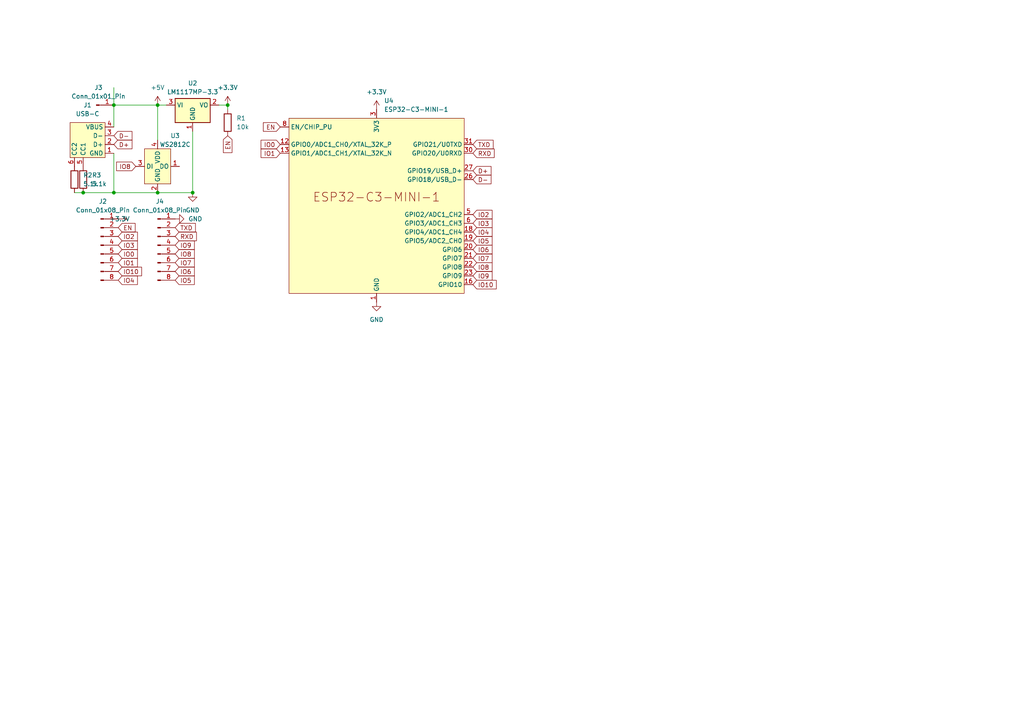
<source format=kicad_sch>
(kicad_sch (version 20230121) (generator eeschema)
  (paper "A4")
  (lib_symbols
    (symbol "Connector:Conn_01x01_Pin" (pin_names (offset 1.016) hide)
      (property "Reference" "J" (at 0 2.54 0))
      (property "Value" "Conn_01x01_Pin" (at 0 -2.54 0))
      (symbol "Conn_01x01_Pin_1_1"
        (polyline (pts (xy 1.27 0) (xy 0.8636 0)) (stroke (width 0.1524)))
        (rectangle (start 0.8636 0.127) (end 0 -0.127) (stroke (width 0.1524)) (fill (type outline)))
        (pin passive line (at 5.08 0 180) (length 3.81) (name "Pin_1") (number "1"))
      )
    )
    (symbol "Connector:Conn_01x08_Pin" (pin_names (offset 1.016) hide)
      (property "Reference" "J" (at 0 10.16 0))
      (property "Value" "Conn_01x08_Pin" (at 0 -12.7 0))
      (symbol "Conn_01x08_Pin_1_1"
        (polyline (pts (xy 1.27 -10.16) (xy 0.8636 -10.16)) (stroke (width 0.1524)))
        (polyline (pts (xy 1.27 -7.62) (xy 0.8636 -7.62)) (stroke (width 0.1524)))
        (polyline (pts (xy 1.27 -5.08) (xy 0.8636 -5.08)) (stroke (width 0.1524)))
        (polyline (pts (xy 1.27 -2.54) (xy 0.8636 -2.54)) (stroke (width 0.1524)))
        (polyline (pts (xy 1.27 0) (xy 0.8636 0)) (stroke (width 0.1524)))
        (polyline (pts (xy 1.27 2.54) (xy 0.8636 2.54)) (stroke (width 0.1524)))
        (polyline (pts (xy 1.27 5.08) (xy 0.8636 5.08)) (stroke (width 0.1524)))
        (polyline (pts (xy 1.27 7.62) (xy 0.8636 7.62)) (stroke (width 0.1524)))
        (rectangle (start 0.8636 -10.033) (end 0 -10.287) (stroke (width 0.1524)) (fill (type outline)))
        (rectangle (start 0.8636 -7.493) (end 0 -7.747) (stroke (width 0.1524)) (fill (type outline)))
        (rectangle (start 0.8636 -4.953) (end 0 -5.207) (stroke (width 0.1524)) (fill (type outline)))
        (rectangle (start 0.8636 -2.413) (end 0 -2.667) (stroke (width 0.1524)) (fill (type outline)))
        (rectangle (start 0.8636 0.127) (end 0 -0.127) (stroke (width 0.1524)) (fill (type outline)))
        (rectangle (start 0.8636 2.667) (end 0 2.413) (stroke (width 0.1524)) (fill (type outline)))
        (rectangle (start 0.8636 5.207) (end 0 4.953) (stroke (width 0.1524)) (fill (type outline)))
        (rectangle (start 0.8636 7.747) (end 0 7.493) (stroke (width 0.1524)) (fill (type outline)))
        (pin passive line (at 5.08 7.62 180) (length 3.81) (name "Pin_1") (number "1"))
        (pin passive line (at 5.08 5.08 180) (length 3.81) (name "Pin_2") (number "2"))
        (pin passive line (at 5.08 2.54 180) (length 3.81) (name "Pin_3") (number "3"))
        (pin passive line (at 5.08 0 180) (length 3.81) (name "Pin_4") (number "4"))
        (pin passive line (at 5.08 -2.54 180) (length 3.81) (name "Pin_5") (number "5"))
        (pin passive line (at 5.08 -5.08 180) (length 3.81) (name "Pin_6") (number "6"))
        (pin passive line (at 5.08 -7.62 180) (length 3.81) (name "Pin_7") (number "7"))
        (pin passive line (at 5.08 -10.16 180) (length 3.81) (name "Pin_8") (number "8"))
      )
    )
    (symbol "Device:R" (pin_numbers hide) (pin_names (offset 0))
      (property "Reference" "R" (at 2.032 0 90))
      (property "Value" "R" (at 0 0 90))
      (symbol "R_0_1"
        (rectangle (start -1.016 -2.54) (end 1.016 2.54) (stroke (width 0.254)))
      )
      (symbol "R_1_1"
        (pin passive line (at 0 3.81 270) (length 1.27) (name "~") (number "1"))
        (pin passive line (at 0 -3.81 90) (length 1.27) (name "~") (number "2"))
      )
    )
    (symbol "Espressif:ESP32-C3-MINI-1"
      (property "Reference" "U" (at -25.4 30.48 0))
      (property "Value" "ESP32-C3-MINI-1" (at -25.4 27.94 0))
      (symbol "ESP32-C3-MINI-1_0_0"
        (text "ESP32-C3-MINI-1" (at 0 2.54 0) (effects (font (size 2.54 2.54))))
      )
      (symbol "ESP32-C3-MINI-1_0_1"
        (rectangle (start -25.4 25.4) (end 25.4 -25.4) (fill (type background)))
      )
      (symbol "ESP32-C3-MINI-1_1_1"
        (pin power_in line (at 0 -27.94 90) (length 2.54) (name "GND") (number "1"))
        (pin no_connect line (at -25.4 2.54 0) (length 2.54) hide (name "NC") (number "10"))
        (pin passive line (at 0 -27.94 90) (length 2.54) hide (name "GND") (number "11"))
        (pin bidirectional line (at -27.94 17.78 0) (length 2.54) (name "GPIO0/ADC1_CH0/XTAL_32K_P") (number "12"))
        (pin bidirectional line (at -27.94 15.24 0) (length 2.54) (name "GPIO1/ADC1_CH1/XTAL_32K_N") (number "13"))
        (pin passive line (at 0 -27.94 90) (length 2.54) hide (name "GND") (number "14"))
        (pin no_connect line (at -25.4 0 0) (length 2.54) hide (name "NC") (number "15"))
        (pin bidirectional line (at 27.94 -22.86 180) (length 2.54) (name "GPIO10") (number "16"))
        (pin no_connect line (at -25.4 -2.54 0) (length 2.54) hide (name "NC") (number "17"))
        (pin bidirectional line (at 27.94 -7.62 180) (length 2.54) (name "GPIO4/ADC1_CH4") (number "18"))
        (pin bidirectional line (at 27.94 -10.16 180) (length 2.54) (name "GPIO5/ADC2_CH0") (number "19"))
        (pin passive line (at 0 -27.94 90) (length 2.54) hide (name "GND") (number "2"))
        (pin bidirectional line (at 27.94 -12.7 180) (length 2.54) (name "GPIO6") (number "20"))
        (pin bidirectional line (at 27.94 -15.24 180) (length 2.54) (name "GPIO7") (number "21"))
        (pin bidirectional line (at 27.94 -17.78 180) (length 2.54) (name "GPIO8") (number "22"))
        (pin bidirectional line (at 27.94 -20.32 180) (length 2.54) (name "GPIO9") (number "23"))
        (pin no_connect line (at -25.4 -5.08 0) (length 2.54) hide (name "NC") (number "24"))
        (pin no_connect line (at -25.4 -7.62 0) (length 2.54) hide (name "NC") (number "25"))
        (pin bidirectional line (at 27.94 7.62 180) (length 2.54) (name "GPIO18/USB_D-") (number "26"))
        (pin bidirectional line (at 27.94 10.16 180) (length 2.54) (name "GPIO19/USB_D+") (number "27"))
        (pin no_connect line (at -25.4 -10.16 0) (length 2.54) hide (name "NC") (number "28"))
        (pin no_connect line (at -25.4 -12.7 0) (length 2.54) hide (name "NC") (number "29"))
        (pin power_in line (at 0 27.94 270) (length 2.54) (name "3V3") (number "3"))
        (pin bidirectional line (at 27.94 15.24 180) (length 2.54) (name "GPIO20/U0RXD") (number "30"))
        (pin bidirectional line (at 27.94 17.78 180) (length 2.54) (name "GPIO21/U0TXD") (number "31"))
        (pin no_connect line (at -25.4 -15.24 0) (length 2.54) hide (name "NC") (number "32"))
        (pin no_connect line (at -25.4 -17.78 0) (length 2.54) hide (name "NC") (number "33"))
        (pin no_connect line (at -25.4 -20.32 0) (length 2.54) hide (name "NC") (number "34"))
        (pin no_connect line (at -25.4 -22.86 0) (length 2.54) hide (name "NC") (number "35"))
        (pin passive line (at 0 -27.94 90) (length 2.54) hide (name "GND") (number "36"))
        (pin passive line (at 0 -27.94 90) (length 2.54) hide (name "GND") (number "37"))
        (pin passive line (at 0 -27.94 90) (length 2.54) hide (name "GND") (number "38"))
        (pin passive line (at 0 -27.94 90) (length 2.54) hide (name "GND") (number "39"))
        (pin no_connect line (at -25.4 10.16 0) (length 2.54) hide (name "NC") (number "4"))
        (pin passive line (at 0 -27.94 90) (length 2.54) hide (name "GND") (number "40"))
        (pin passive line (at 0 -27.94 90) (length 2.54) hide (name "GND") (number "41"))
        (pin passive line (at 0 -27.94 90) (length 2.54) hide (name "GND") (number "42"))
        (pin passive line (at 0 -27.94 90) (length 2.54) hide (name "GND") (number "43"))
        (pin passive line (at 0 -27.94 90) (length 2.54) hide (name "GND") (number "44"))
        (pin passive line (at 0 -27.94 90) (length 2.54) hide (name "GND") (number "45"))
        (pin passive line (at 0 -27.94 90) (length 2.54) hide (name "GND") (number "46"))
        (pin passive line (at 0 -27.94 90) (length 2.54) hide (name "GND") (number "47"))
        (pin passive line (at 0 -27.94 90) (length 2.54) hide (name "GND") (number "48"))
        (pin passive line (at 0 -27.94 90) (length 2.54) hide (name "GND") (number "49"))
        (pin bidirectional line (at 27.94 -2.54 180) (length 2.54) (name "GPIO2/ADC1_CH2") (number "5"))
        (pin passive line (at 0 -27.94 90) (length 2.54) hide (name "GND") (number "50"))
        (pin passive line (at 0 -27.94 90) (length 2.54) hide (name "GND") (number "51"))
        (pin passive line (at 0 -27.94 90) (length 2.54) hide (name "GND") (number "52"))
        (pin passive line (at 0 -27.94 90) (length 2.54) hide (name "GND") (number "53"))
        (pin bidirectional line (at 27.94 -5.08 180) (length 2.54) (name "GPIO3/ADC1_CH3") (number "6"))
        (pin no_connect line (at -25.4 7.62 0) (length 2.54) hide (name "NC") (number "7"))
        (pin input line (at -27.94 22.86 0) (length 2.54) (name "EN/CHIP_PU") (number "8"))
        (pin no_connect line (at -25.4 5.08 0) (length 2.54) hide (name "NC") (number "9"))
      )
    )
    (symbol "Library:USB-C"
      (property "Reference" "J2" (at 0 6.35 0))
      (property "Value" "USB-C" (at 7.62 0 0))
      (symbol "USB-C_1_1"
        (rectangle (start -5.08 5.08) (end 5.08 -5.08) (fill (type background)))
        (pin power_in line (at 7.62 -3.81 180) (length 2.54) (name "GND") (number "1"))
        (pin bidirectional line (at 7.62 -1.27 180) (length 2.54) (name "D+") (number "2"))
        (pin bidirectional line (at 7.62 1.27 180) (length 2.54) (name "D-") (number "3"))
        (pin power_in line (at 7.62 3.81 180) (length 2.54) (name "VBUS") (number "4"))
        (pin bidirectional line (at -1.27 -7.62 90) (length 2.54) (name "CC1") (number "5"))
        (pin bidirectional line (at -3.81 -7.62 90) (length 2.54) (name "CC2") (number "6"))
      )
    )
    (symbol "Library:WS2812C-2020"
      (property "Reference" "U" (at 5.08 8.89 0))
      (property "Value" "WS2812C" (at 5.08 6.35 0))
      (symbol "WS2812C-2020_1_1"
        (rectangle (start -3.81 5.08) (end 3.81 -5.08) (fill (type background)))
        (pin input line (at 6.35 0 180) (length 2.54) (name "DO") (number "1"))
        (pin power_in line (at 0 -7.62 90) (length 2.54) (name "GND") (number "2"))
        (pin input line (at -6.35 0 0) (length 2.54) (name "DI") (number "3"))
        (pin power_in line (at 0 7.62 270) (length 2.54) (name "VDD") (number "4"))
      )
    )
    (symbol "Regulator_Linear:LM1117MP-3.3"
      (property "Reference" "U" (at -3.81 3.175 0))
      (property "Value" "LM1117MP-3.3" (at 0 3.175 0))
      (symbol "LM1117MP-3.3_0_1"
        (rectangle (start -5.08 -5.08) (end 5.08 1.905) (stroke (width 0.254)) (fill (type background)))
      )
      (symbol "LM1117MP-3.3_1_1"
        (pin power_in line (at 0 -7.62 90) (length 2.54) (name "GND") (number "1"))
        (pin power_out line (at 7.62 0 180) (length 2.54) (name "VO") (number "2"))
        (pin power_in line (at -7.62 0 0) (length 2.54) (name "VI") (number "3"))
      )
    )
    (symbol "power:+3.3V" (power) (pin_names (offset 0))
      (property "Value" "+3.3V" (at 0 3.556 0))
      (symbol "+3.3V_0_1"
        (polyline (pts (xy -0.762 1.27) (xy 0 2.54)))
        (polyline (pts (xy 0 0) (xy 0 2.54)))
        (polyline (pts (xy 0 2.54) (xy 0.762 1.27)))
      )
      (symbol "+3.3V_1_1"
        (pin power_in line (at 0 0 90) (length 0) hide (name "+3.3V") (number "1"))
      )
    )
    (symbol "power:+5V" (power) (pin_names (offset 0))
      (property "Value" "+5V" (at 0 3.556 0))
      (symbol "+5V_0_1"
        (polyline (pts (xy -0.762 1.27) (xy 0 2.54)))
        (polyline (pts (xy 0 0) (xy 0 2.54)))
        (polyline (pts (xy 0 2.54) (xy 0.762 1.27)))
      )
      (symbol "+5V_1_1"
        (pin power_in line (at 0 0 90) (length 0) hide (name "+5V") (number "1"))
      )
    )
    (symbol "power:GND" (power) (pin_names (offset 0))
      (property "Value" "GND" (at 0 -3.81 0))
      (symbol "GND_0_1"
        (polyline (pts (xy 0 0) (xy 0 -1.27) (xy 1.27 -1.27) (xy 0 -2.54) (xy -1.27 -1.27) (xy 0 -1.27)))
      )
      (symbol "GND_1_1"
        (pin power_in line (at 0 0 270) (length 0) hide (name "GND") (number "1"))
      )
    )
  )
  (junction (at 45.72 55.88))
  (junction (at 55.88 55.88))
  (junction (at 33.02 55.88))
  (junction (at 66.04 30.48))
  (junction (at 33.02 30.48))
  (junction (at 45.72 30.48))
  (junction (at 24.13 55.88))
  (wire (pts (xy 33.02 55.88) (xy 45.72 55.88)))
  (wire (pts (xy 21.59 55.88) (xy 24.13 55.88)))
  (wire (pts (xy 33.02 30.48) (xy 33.02 25.4)))
  (wire (pts (xy 33.02 30.48) (xy 33.02 36.83)))
  (wire (pts (xy 24.13 55.88) (xy 33.02 55.88)))
  (wire (pts (xy 63.5 30.48) (xy 66.04 30.48)))
  (wire (pts (xy 45.72 55.88) (xy 55.88 55.88)))
  (wire (pts (xy 33.02 44.45) (xy 33.02 55.88)))
  (wire (pts (xy 45.72 30.48) (xy 48.26 30.48)))
  (wire (pts (xy 55.88 38.1) (xy 55.88 55.88)))
  (wire (pts (xy 66.04 31.75) (xy 66.04 30.48)))
  (wire (pts (xy 45.72 40.64) (xy 45.72 30.48)))
  (wire (pts (xy 33.02 30.48) (xy 45.72 30.48)))
  (global_label "IO10" (shape input) (at 137.16 82.55 0) (property "Intersheetrefs" "${INTERSHEET_REFS}" (effects hide)))
  (global_label "EN" (shape input) (at 66.04 39.37 270) (property "Intersheetrefs" "${INTERSHEET_REFS}" (effects hide)))
  (global_label "IO4" (shape input) (at 137.16 67.31 0) (property "Intersheetrefs" "${INTERSHEET_REFS}" (effects hide)))
  (global_label "IO2" (shape input) (at 137.16 62.23 0) (property "Intersheetrefs" "${INTERSHEET_REFS}" (effects hide)))
  (global_label "EN" (shape input) (at 34.29 66.04 0) (property "Intersheetrefs" "${INTERSHEET_REFS}" (effects hide)))
  (global_label "TXD" (shape input) (at 50.8 66.04 0) (property "Intersheetrefs" "${INTERSHEET_REFS}" (effects hide)))
  (global_label "IO7" (shape input) (at 50.8 76.2 0) (property "Intersheetrefs" "${INTERSHEET_REFS}" (effects hide)))
  (global_label "D-" (shape input) (at 33.02 39.37 0) (property "Intersheetrefs" "${INTERSHEET_REFS}" (effects hide)))
  (global_label "EN" (shape input) (at 81.28 36.83 180) (property "Intersheetrefs" "${INTERSHEET_REFS}" (effects hide)))
  (global_label "D+" (shape input) (at 137.16 49.53 0) (property "Intersheetrefs" "${INTERSHEET_REFS}" (effects hide)))
  (global_label "IO8" (shape input) (at 50.8 73.66 0) (property "Intersheetrefs" "${INTERSHEET_REFS}" (effects hide)))
  (global_label "RXD" (shape input) (at 137.16 44.45 0) (property "Intersheetrefs" "${INTERSHEET_REFS}" (effects hide)))
  (global_label "IO6" (shape input) (at 50.8 78.74 0) (property "Intersheetrefs" "${INTERSHEET_REFS}" (effects hide)))
  (global_label "IO0" (shape input) (at 81.28 41.91 180) (property "Intersheetrefs" "${INTERSHEET_REFS}" (effects hide)))
  (global_label "IO4" (shape input) (at 34.29 81.28 0) (property "Intersheetrefs" "${INTERSHEET_REFS}" (effects hide)))
  (global_label "IO1" (shape input) (at 34.29 76.2 0) (property "Intersheetrefs" "${INTERSHEET_REFS}" (effects hide)))
  (global_label "IO3" (shape input) (at 34.29 71.12 0) (property "Intersheetrefs" "${INTERSHEET_REFS}" (effects hide)))
  (global_label "TXD" (shape input) (at 137.16 41.91 0) (property "Intersheetrefs" "${INTERSHEET_REFS}" (effects hide)))
  (global_label "IO9" (shape input) (at 137.16 80.01 0) (property "Intersheetrefs" "${INTERSHEET_REFS}" (effects hide)))
  (global_label "D-" (shape input) (at 137.16 52.07 0) (property "Intersheetrefs" "${INTERSHEET_REFS}" (effects hide)))
  (global_label "IO2" (shape input) (at 34.29 68.58 0) (property "Intersheetrefs" "${INTERSHEET_REFS}" (effects hide)))
  (global_label "IO5" (shape input) (at 137.16 69.85 0) (property "Intersheetrefs" "${INTERSHEET_REFS}" (effects hide)))
  (global_label "IO6" (shape input) (at 137.16 72.39 0) (property "Intersheetrefs" "${INTERSHEET_REFS}" (effects hide)))
  (global_label "IO3" (shape input) (at 137.16 64.77 0) (property "Intersheetrefs" "${INTERSHEET_REFS}" (effects hide)))
  (global_label "IO9" (shape input) (at 50.8 71.12 0) (property "Intersheetrefs" "${INTERSHEET_REFS}" (effects hide)))
  (global_label "IO1" (shape input) (at 81.28 44.45 180) (property "Intersheetrefs" "${INTERSHEET_REFS}" (effects hide)))
  (global_label "IO8" (shape input) (at 137.16 77.47 0) (property "Intersheetrefs" "${INTERSHEET_REFS}" (effects hide)))
  (global_label "IO7" (shape input) (at 137.16 74.93 0) (property "Intersheetrefs" "${INTERSHEET_REFS}" (effects hide)))
  (global_label "IO8" (shape input) (at 39.37 48.26 180) (property "Intersheetrefs" "${INTERSHEET_REFS}" (effects hide)))
  (global_label "IO0" (shape input) (at 34.29 73.66 0) (property "Intersheetrefs" "${INTERSHEET_REFS}" (effects hide)))
  (global_label "IO5" (shape input) (at 50.8 81.28 0) (property "Intersheetrefs" "${INTERSHEET_REFS}" (effects hide)))
  (global_label "IO10" (shape input) (at 34.29 78.74 0) (property "Intersheetrefs" "${INTERSHEET_REFS}" (effects hide)))
  (global_label "RXD" (shape input) (at 50.8 68.58 0) (property "Intersheetrefs" "${INTERSHEET_REFS}" (effects hide)))
  (global_label "D+" (shape input) (at 33.02 41.91 0) (property "Intersheetrefs" "${INTERSHEET_REFS}" (effects hide)))
  (symbol (lib_id "Device:R") (at 66.04 35.56 0) (unit 1)
    (property "Reference" "R1" (at 68.58 34.29 0) (effects (justify left)))
    (property "Value" "10k" (at 68.58 36.83 0) (effects (justify left)))
    (property "Footprint" "Resistor_SMD:R_0603_1608Metric" (effects hide))
  )
  (symbol (lib_id "power:GND") (at 109.22 87.63 0) (unit 1)
    (property "Reference" "#PWR06" (effects hide))
    (property "Value" "GND" (at 109.22 92.71 0))
  )
  (symbol (lib_id "Espressif:ESP32-C3-MINI-1") (at 109.22 59.69 0) (unit 1)
    (property "Reference" "U4" (at 111.4141 29.21 0) (effects (justify left)))
    (property "Value" "ESP32-C3-MINI-1" (at 111.4141 31.75 0) (effects (justify left)))
    (property "Footprint" "PCM_Espressif:ESP32-C3-MINI-1" (effects hide))
    (property "Datasheet" "https://www.espressif.com/sites/default/files/documentation/esp32-c3-mini-1_datasheet_en.pdf" (effects hide))
  )
  (symbol (lib_id "Connector:Conn_01x01_Pin") (at 27.94 30.48 0) (unit 1)
    (property "Reference" "J3" (at 28.575 25.4 0))
    (property "Value" "Conn_01x01_Pin" (at 28.575 27.94 0))
    (property "Footprint" "Connector_PinHeader_2.54mm:PinHeader_1x01_P2.54mm_Vertical" (effects hide))
  )
  (symbol (lib_id "Library:USB-C") (at 25.4 40.64 0) (unit 1)
    (property "Reference" "J1" (at 25.4 30.48 0))
    (property "Value" "USB-C" (at 25.4 33.02 0))
    (property "Footprint" "Library:USB-C" (effects hide))
  )
  (symbol (lib_id "power:+3.3V") (at 66.04 30.48 0) (unit 1)
    (property "Reference" "#PWR02" (effects hide))
    (property "Value" "+3.3V" (at 66.04 25.4 0))
  )
  (symbol (lib_id "Library:WS2812C-2020") (at 45.72 48.26 0) (unit 1)
    (property "Reference" "U3" (at 50.8 39.37 0))
    (property "Value" "WS2812C" (at 50.8 41.91 0))
    (property "Footprint" "Library:WS2812C-2020" (effects hide))
  )
  (symbol (lib_id "Regulator_Linear:LM1117MP-3.3") (at 55.88 30.48 0) (unit 1)
    (property "Reference" "U2" (at 55.88 24.13 0))
    (property "Value" "LM1117MP-3.3" (at 55.88 26.67 0))
    (property "Footprint" "Package_TO_SOT_SMD:SOT-223-3_TabPin2" (effects hide))
    (property "Datasheet" "http://www.ti.com/lit/ds/symlink/lm1117.pdf" (effects hide))
  )
  (symbol (lib_id "power:+3.3V") (at 34.29 63.5 270) (unit 1)
    (property "Reference" "#PWR04" (effects hide))
    (property "Value" "+3.3V" (at 31.75 63.5 90) (effects (justify left)))
  )
  (symbol (lib_id "Device:R") (at 24.13 52.07 0) (unit 1)
    (property "Reference" "R3" (at 26.67 50.8 0) (effects (justify left)))
    (property "Value" "5.1k" (at 26.67 53.34 0) (effects (justify left)))
    (property "Footprint" "Resistor_SMD:R_0603_1608Metric" (effects hide))
  )
  (symbol (lib_id "Device:R") (at 21.59 52.07 0) (unit 1)
    (property "Reference" "R2" (at 24.13 50.8 0) (effects (justify left)))
    (property "Value" "5.1k" (at 24.13 53.34 0) (effects (justify left)))
    (property "Footprint" "Resistor_SMD:R_0603_1608Metric" (effects hide))
  )
  (symbol (lib_id "power:+3.3V") (at 109.22 31.75 0) (unit 1)
    (property "Reference" "#PWR07" (effects hide))
    (property "Value" "+3.3V" (at 109.22 26.67 0))
  )
  (symbol (lib_id "power:GND") (at 55.88 55.88 0) (unit 1)
    (property "Reference" "#PWR03" (effects hide))
    (property "Value" "GND" (at 55.88 60.96 0))
  )
  (symbol (lib_id "power:GND") (at 50.8 63.5 90) (unit 1)
    (property "Reference" "#PWR05" (effects hide))
    (property "Value" "GND" (at 54.61 63.5 90) (effects (justify right)))
  )
  (symbol (lib_id "Connector:Conn_01x08_Pin") (at 29.21 71.12 0) (unit 1)
    (property "Reference" "J2" (at 29.845 58.42 0))
    (property "Value" "Conn_01x08_Pin" (at 29.845 60.96 0))
    (property "Footprint" "Connector_PinHeader_2.54mm:PinHeader_1x08_P2.54mm_Vertical" (effects hide))
  )
  (symbol (lib_id "power:+5V") (at 45.72 30.48 0) (unit 1)
    (property "Reference" "#PWR01" (effects hide))
    (property "Value" "+5V" (at 45.72 25.4 0))
  )
  (symbol (lib_id "Connector:Conn_01x08_Pin") (at 45.72 71.12 0) (unit 1)
    (property "Reference" "J4" (at 46.355 58.42 0))
    (property "Value" "Conn_01x08_Pin" (at 46.355 60.96 0))
    (property "Footprint" "Connector_PinHeader_2.54mm:PinHeader_1x08_P2.54mm_Vertical" (effects hide))
  )
)
</source>
